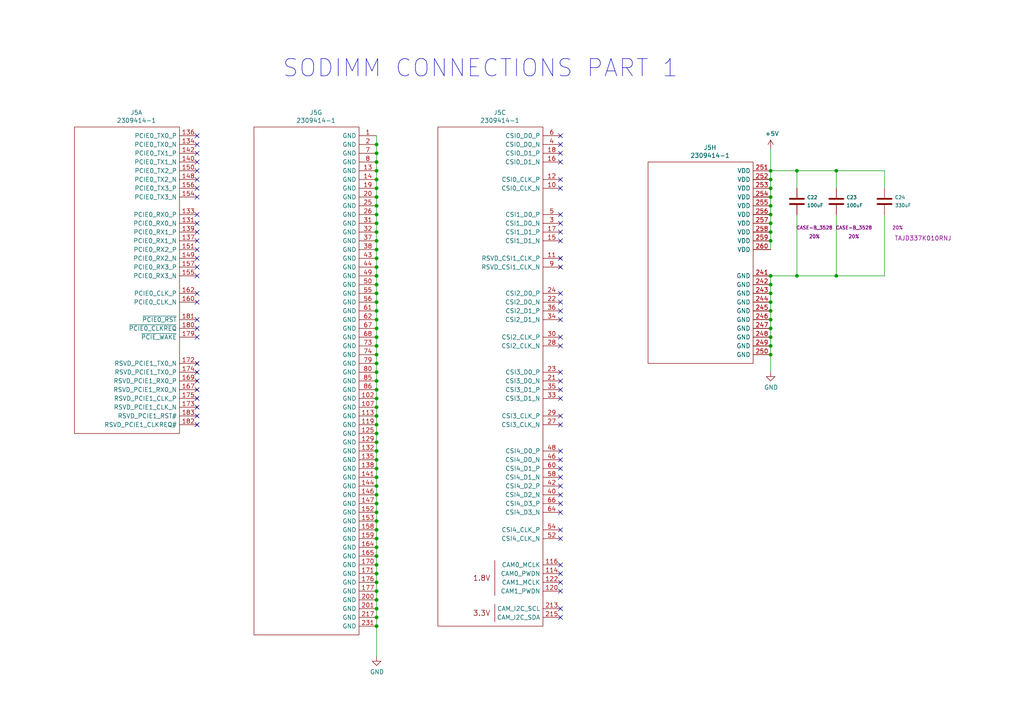
<source format=kicad_sch>
(kicad_sch (version 20231120) (generator "eeschema") (generator_version "8.0")
  (paper "A4")
  (title_block (title "Open Source Educational Baseboard") (date "2020-06-30") (rev "1.1") (company "NVIDIA"))
  (lib_symbols
    (symbol "CustomSymbols:SODIMM_260" (pin_names (offset 0.762))
      (property "Reference" "J" (at -8.89 7.62 0))
      (property "Value" "SODIMM_260" (at -8.89 5.08 0))
      (symbol "SODIMM_260_1_0"
        (pin input line (at 20.32 -27.94 180) (length 5.08) (name "PCIE0_RX0_N") (number "131"))
        (pin input line (at 20.32 -25.4 180) (length 5.08) (name "PCIE0_RX0_P") (number "133"))
        (pin output line (at 20.32 -5.08 180) (length 5.08) (name "PCIE0_TX0_N") (number "134"))
        (pin output line (at 20.32 -2.54 180) (length 5.08) (name "PCIE0_TX0_P") (number "136"))
        (pin input line (at 20.32 -33.02 180) (length 5.08) (name "PCIE0_RX1_N") (number "137"))
        (pin input line (at 20.32 -30.48 180) (length 5.08) (name "PCIE0_RX1_P") (number "139"))
        (pin output line (at 20.32 -10.16 180) (length 5.08) (name "PCIE0_TX1_N") (number "140"))
        (pin output line (at 20.32 -7.62 180) (length 5.08) (name "PCIE0_TX1_P") (number "142"))
        (pin output line (at 20.32 -15.24 180) (length 5.08) (name "PCIE0_TX2_N") (number "148"))
        (pin input line (at 20.32 -38.1 180) (length 5.08) (name "PCIE0_RX2_N") (number "149"))
        (pin output line (at 20.32 -12.7 180) (length 5.08) (name "PCIE0_TX2_P") (number "150"))
        (pin input line (at 20.32 -35.56 180) (length 5.08) (name "PCIE0_RX2_P") (number "151"))
        (pin output line (at 20.32 -20.32 180) (length 5.08) (name "PCIE0_TX3_N") (number "154"))
        (pin input line (at 20.32 -43.18 180) (length 5.08) (name "PCIE0_RX3_N") (number "155"))
        (pin output line (at 20.32 -17.78 180) (length 5.08) (name "PCIE0_TX3_P") (number "156"))
        (pin input line (at 20.32 -40.64 180) (length 5.08) (name "PCIE0_RX3_P") (number "157"))
        (pin output line (at 20.32 -50.8 180) (length 5.08) (name "PCIE0_CLK_N") (number "160"))
        (pin output line (at 20.32 -48.26 180) (length 5.08) (name "PCIE0_CLK_P") (number "162"))
        (pin no_connect line (at 20.32 -76.2 180) (length 5.08) (name "RSVD_PCIE1_RX0_N") (number "167"))
        (pin no_connect line (at 20.32 -73.66 180) (length 5.08) (name "RSVD_PCIE1_RX0_P") (number "169"))
        (pin no_connect line (at 20.32 -68.58 180) (length 5.08) (name "RSVD_PCIE1_TX0_N") (number "172"))
        (pin no_connect line (at 20.32 -81.28 180) (length 5.08) (name "RSVD_PCIE1_CLK_N") (number "173"))
        (pin no_connect line (at 20.32 -71.12 180) (length 5.08) (name "RSVD_PCIE1_TX0_P") (number "174"))
        (pin no_connect line (at 20.32 -78.74 180) (length 5.08) (name "RSVD_PCIE1_CLK_P") (number "175"))
        (pin input line (at 20.32 -60.96 180) (length 5.08) (name "~{PCIE_WAKE}") (number "179"))
        (pin bidirectional line (at 20.32 -58.42 180) (length 5.08) (name "~{PCIE0_CLKREQ}") (number "180"))
        (pin output line (at 20.32 -55.88 180) (length 5.08) (name "~{PCIE0_RST}") (number "181"))
        (pin no_connect line (at 20.32 -86.36 180) (length 5.08) (name "RSVD_PCIE1_CLKREQ#") (number "182"))
        (pin no_connect line (at 20.32 -83.82 180) (length 5.08) (name "RSVD_PCIE1_RST#") (number "183"))
      )
      (symbol "SODIMM_260_1_1"
        (rectangle (start 15.24 0) (end -15.24 -88.9))
      )
      (symbol "SODIMM_260_2_0"
        (pin bidirectional line (at 20.32 -66.04 180) (length 5.08) (name "DP1_AUX_P") (number "100"))
        (pin output line (at 20.32 -5.08 180) (length 5.08) (name "DP0_TXD0_N") (number "39"))
        (pin output line (at 20.32 -2.54 180) (length 5.08) (name "DP0_TXD0_P") (number "41"))
        (pin output line (at 20.32 -10.16 180) (length 5.08) (name "DP0_TXD1_N") (number "45"))
        (pin output line (at 20.32 -7.62 180) (length 5.08) (name "DP0_TXD1_P") (number "47"))
        (pin output line (at 20.32 -15.24 180) (length 5.08) (name "DP0_TXD2_N") (number "51"))
        (pin output line (at 20.32 -12.7 180) (length 5.08) (name "DP0_TXD2_P") (number "53"))
        (pin output line (at 20.32 -22.86 180) (length 5.08) (name "DP0_TXD3_N") (number "57"))
        (pin output line (at 20.32 -17.78 180) (length 5.08) (name "DP0_TXD3_P") (number "59"))
        (pin output line (at 20.32 -45.72 180) (length 5.08) (name "DP1_TXD0_N") (number "63"))
        (pin output line (at 20.32 -43.18 180) (length 5.08) (name "DP1_TXD0_P") (number "65"))
        (pin output line (at 20.32 -50.8 180) (length 5.08) (name "DP1_TXD1_N") (number "69"))
        (pin output line (at 20.32 -83.82 180) (length 5.08) (name "DSI_D0_N") (number "70"))
        (pin output line (at 20.32 -48.26 180) (length 5.08) (name "DP1_TXD1_P") (number "71"))
        (pin output line (at 20.32 -81.28 180) (length 5.08) (name "DSI_D0_P") (number "72"))
        (pin output line (at 20.32 -55.88 180) (length 5.08) (name "DP1_TXD2_N") (number "75"))
        (pin output line (at 20.32 -96.52 180) (length 5.08) (name "DSI_CLK_N") (number "76"))
        (pin output line (at 20.32 -53.34 180) (length 5.08) (name "DP1_TXD2_P") (number "77"))
        (pin output line (at 20.32 -93.98 180) (length 5.08) (name "DSI_CLK_P") (number "78"))
        (pin output line (at 20.32 -60.96 180) (length 5.08) (name "DP1_TXD3_N") (number "81"))
        (pin output line (at 20.32 -88.9 180) (length 5.08) (name "DSI_D1_N") (number "82"))
        (pin output line (at 20.32 -58.42 180) (length 5.08) (name "DP1_TXD3_P") (number "83"))
        (pin output line (at 20.32 -86.36 180) (length 5.08) (name "DSI_D1_P") (number "84"))
        (pin input line (at 20.32 -33.02 180) (length 5.08) (name "DP0_HPD") (number "88"))
        (pin bidirectional line (at 20.32 -27.94 180) (length 5.08) (name "DP0_AUX_N") (number "90"))
        (pin bidirectional line (at 20.32 -25.4 180) (length 5.08) (name "DP0_AUX_P") (number "92"))
        (pin bidirectional line (at 20.32 -35.56 180) (length 5.08) (name "HDMI_CEC") (number "94"))
        (pin input line (at 20.32 -73.66 180) (length 5.08) (name "DP1_HPD") (number "96"))
        (pin bidirectional line (at 20.32 -68.58 180) (length 5.08) (name "DP1_AUX_N") (number "98"))
      )
      (symbol "SODIMM_260_2_1"
        (rectangle (start 15.24 0) (end -15.24 -99.06))
      )
      (symbol "SODIMM_260_3_0"
        (polyline (pts (xy 1.27 -138.43) (xy 1.27 -143.51)))
        (polyline (pts (xy 1.27 -125.73) (xy 1.27 -135.89)))
        (text "1.8V" (at -2.54 -130.81 0) (effects (font (size 1.524 1.524))))
        (text "3.3V" (at -2.54 -140.97 0) (effects (font (size 1.524 1.524))))
        (pin input line (at 20.32 -17.78 180) (length 5.08) (name "CSI0_CLK_N") (number "10"))
        (pin no_connect line (at 20.32 -38.1 180) (length 5.08) (name "RSVD_CSI1_CLK_P") (number "11"))
        (pin output line (at 20.32 -129.54 180) (length 5.08) (name "CAM0_PWDN") (number "114"))
        (pin output line (at 20.32 -127 180) (length 5.08) (name "CAM0_MCLK") (number "116"))
        (pin input line (at 20.32 -15.24 180) (length 5.08) (name "CSI0_CLK_P") (number "12"))
        (pin output line (at 20.32 -134.62 180) (length 5.08) (name "CAM1_PWDN") (number "120"))
        (pin output line (at 20.32 -132.08 180) (length 5.08) (name "CAM1_MCLK") (number "122"))
        (pin input line (at 20.32 -33.02 180) (length 5.08) (name "CSI1_D1_N") (number "15"))
        (pin input line (at 20.32 -10.16 180) (length 5.08) (name "CSI0_D1_N") (number "16"))
        (pin input line (at 20.32 -30.48 180) (length 5.08) (name "CSI1_D1_P") (number "17"))
        (pin input line (at 20.32 -7.62 180) (length 5.08) (name "CSI0_D1_P") (number "18"))
        (pin input line (at 20.32 -73.66 180) (length 5.08) (name "CSI3_D0_N") (number "21"))
        (pin bidirectional line (at 20.32 -139.7 180) (length 5.08) (name "CAM_I2C_SCL") (number "213"))
        (pin bidirectional line (at 20.32 -142.24 180) (length 5.08) (name "CAM_I2C_SDA") (number "215"))
        (pin input line (at 20.32 -50.8 180) (length 5.08) (name "CSI2_D0_N") (number "22"))
        (pin input line (at 20.32 -71.12 180) (length 5.08) (name "CSI3_D0_P") (number "23"))
        (pin input line (at 20.32 -48.26 180) (length 5.08) (name "CSI2_D0_P") (number "24"))
        (pin input line (at 20.32 -86.36 180) (length 5.08) (name "CSI3_CLK_N") (number "27"))
        (pin input line (at 20.32 -63.5 180) (length 5.08) (name "CSI2_CLK_N") (number "28"))
        (pin input line (at 20.32 -83.82 180) (length 5.08) (name "CSI3_CLK_P") (number "29"))
        (pin input line (at 20.32 -27.94 180) (length 5.08) (name "CSI1_D0_N") (number "3"))
        (pin input line (at 20.32 -60.96 180) (length 5.08) (name "CSI2_CLK_P") (number "30"))
        (pin input line (at 20.32 -78.74 180) (length 5.08) (name "CSI3_D1_N") (number "33"))
        (pin input line (at 20.32 -55.88 180) (length 5.08) (name "CSI2_D1_N") (number "34"))
        (pin input line (at 20.32 -76.2 180) (length 5.08) (name "CSI3_D1_P") (number "35"))
        (pin input line (at 20.32 -53.34 180) (length 5.08) (name "CSI2_D1_P") (number "36"))
        (pin input line (at 20.32 -5.08 180) (length 5.08) (name "CSI0_D0_N") (number "4"))
        (pin input line (at 20.32 -106.68 180) (length 5.08) (name "CSI4_D2_N") (number "40"))
        (pin input line (at 20.32 -104.14 180) (length 5.08) (name "CSI4_D2_P") (number "42"))
        (pin input line (at 20.32 -96.52 180) (length 5.08) (name "CSI4_D0_N") (number "46"))
        (pin input line (at 20.32 -93.98 180) (length 5.08) (name "CSI4_D0_P") (number "48"))
        (pin input line (at 20.32 -25.4 180) (length 5.08) (name "CSI1_D0_P") (number "5"))
        (pin input line (at 20.32 -119.38 180) (length 5.08) (name "CSI4_CLK_N") (number "52"))
        (pin input line (at 20.32 -116.84 180) (length 5.08) (name "CSI4_CLK_P") (number "54"))
        (pin input line (at 20.32 -101.6 180) (length 5.08) (name "CSI4_D1_N") (number "58"))
        (pin input line (at 20.32 -2.54 180) (length 5.08) (name "CSI0_D0_P") (number "6"))
        (pin input line (at 20.32 -99.06 180) (length 5.08) (name "CSI4_D1_P") (number "60"))
        (pin input line (at 20.32 -111.76 180) (length 5.08) (name "CSI4_D3_N") (number "64"))
        (pin input line (at 20.32 -109.22 180) (length 5.08) (name "CSI4_D3_P") (number "66"))
        (pin no_connect line (at 20.32 -40.64 180) (length 5.08) (name "RSVD_CSI1_CLK_N") (number "9"))
      )
      (symbol "SODIMM_260_3_1"
        (rectangle (start 15.24 0) (end -15.24 -144.78))
      )
      (symbol "SODIMM_260_4_0"
        (pin bidirectional line (at 20.32 -58.42 180) (length 5.08) (name "USB0_D_N") (number "109"))
        (pin bidirectional line (at 20.32 -55.88 180) (length 5.08) (name "USB0_D_P") (number "111"))
        (pin bidirectional line (at 20.32 -66.04 180) (length 5.08) (name "USB1_D_N") (number "115"))
        (pin bidirectional line (at 20.32 -63.5 180) (length 5.08) (name "USB1_D_P") (number "117"))
        (pin bidirectional line (at 20.32 -73.66 180) (length 5.08) (name "USB2_D_N") (number "121"))
        (pin bidirectional line (at 20.32 -71.12 180) (length 5.08) (name "USB2_D_P") (number "123"))
        (pin no_connect line (at 20.32 -101.6 180) (length 5.08) (name "RSVD_CAN_RX") (number "143"))
        (pin no_connect line (at 20.32 -99.06 180) (length 5.08) (name "RSVD_CAN_TX") (number "145"))
        (pin input line (at 20.32 -91.44 180) (length 5.08) (name "USBSS_RX_N") (number "161"))
        (pin input line (at 20.32 -88.9 180) (length 5.08) (name "USBSS_RX_P") (number "163"))
        (pin output line (at 20.32 -83.82 180) (length 5.08) (name "USBSS_TX_N") (number "166"))
        (pin output line (at 20.32 -81.28 180) (length 5.08) (name "USBSS_TX_P") (number "168"))
        (pin bidirectional line (at 20.32 -5.08 180) (length 5.08) (name "GBE_MDI0_N") (number "184"))
        (pin bidirectional line (at 20.32 -2.54 180) (length 5.08) (name "GBE_MDI0_P") (number "186"))
        (pin output line (at 20.32 -25.4 180) (length 5.08) (name "GBE_LED_LINK") (number "188"))
        (pin bidirectional line (at 20.32 -10.16 180) (length 5.08) (name "GBE_MDI1_N") (number "190"))
        (pin bidirectional line (at 20.32 -7.62 180) (length 5.08) (name "GBE_MDI1_P") (number "192"))
        (pin output line (at 20.32 -27.94 180) (length 5.08) (name "GBE_LED_ACT") (number "194"))
        (pin bidirectional line (at 20.32 -15.24 180) (length 5.08) (name "GBE_MDI2_N") (number "196"))
        (pin bidirectional line (at 20.32 -12.7 180) (length 5.08) (name "GBE_MDI2_P") (number "198"))
        (pin bidirectional line (at 20.32 -20.32 180) (length 5.08) (name "GBE_MDI3_N") (number "202"))
        (pin bidirectional line (at 20.32 -17.78 180) (length 5.08) (name "GBE_MDI3_P") (number "204"))
        (pin bidirectional line (at 20.32 -35.56 180) (length 5.08) (name "SDMMC_DAT0") (number "219"))
        (pin bidirectional line (at 20.32 -38.1 180) (length 5.08) (name "SDMMC_DAT1") (number "221"))
        (pin bidirectional line (at 20.32 -40.64 180) (length 5.08) (name "SDMMC_DAT2") (number "223"))
        (pin bidirectional line (at 20.32 -43.18 180) (length 5.08) (name "SDMMC_DAT3") (number "225"))
        (pin bidirectional line (at 20.32 -45.72 180) (length 5.08) (name "SDMMC_CMD") (number "227"))
        (pin output line (at 20.32 -48.26 180) (length 5.08) (name "SDMMC_CLK") (number "229"))
      )
      (symbol "SODIMM_260_4_1"
        (rectangle (start 15.24 0) (end -15.24 -104.14))
      )
      (symbol "SODIMM_260_5_0"
        (polyline (pts (xy -3.81 -113.03) (xy -3.81 -118.11)))
        (polyline (pts (xy 2.54 -100.33) (xy 2.54 -110.49)))
        (polyline (pts (xy 2.54 -87.63) (xy 2.54 -97.79)))
        (polyline (pts (xy 2.54 -69.85) (xy 2.54 -82.55)))
        (polyline (pts (xy 2.54 -54.61) (xy 2.54 -67.31)))
        (polyline (pts (xy 2.54 -39.37) (xy 2.54 -49.53)))
        (polyline (pts (xy 2.54 -26.67) (xy 2.54 -36.83)))
        (polyline (pts (xy 5.08 -16.51) (xy 5.08 -21.59)))
        (polyline (pts (xy 5.08 -1.27) (xy 5.08 -13.97)))
        (text "1.8V" (at -7.62 -115.57 0) (effects (font (size 1.524 1.524))))
        (text "1.8V" (at -1.27 -105.41 0) (effects (font (size 1.524 1.524))))
        (text "1.8V" (at -1.27 -92.71 0) (effects (font (size 1.524 1.524))))
        (text "1.8V" (at -1.27 -76.2 0) (effects (font (size 1.524 1.524))))
        (text "1.8V" (at -1.27 -60.96 0) (effects (font (size 1.524 1.524))))
        (text "1.8V" (at -1.27 -44.45 0) (effects (font (size 1.524 1.524))))
        (text "1.8V" (at -1.27 -31.75 0) (effects (font (size 1.524 1.524))))
        (text "1.8V" (at 1.27 -19.05 0) (effects (font (size 1.524 1.524))))
        (text "3.3V" (at 1.27 -11.43 0) (effects (font (size 1.524 1.524))))
        (text "3.3V" (at 1.27 -3.81 0) (effects (font (size 1.524 1.524))))
        (pin input line (at 20.32 -91.44 180) (length 5.08) (name "UART0_RXD") (number "101"))
        (pin output line (at 20.32 -93.98 180) (length 5.08) (name "UART0_RTS") (number "103"))
        (pin bidirectional line (at 20.32 -73.66 180) (length 5.08) (name "SPI1_MOSI") (number "104"))
        (pin input line (at 20.32 -96.52 180) (length 5.08) (name "UART0_CTS") (number "105"))
        (pin bidirectional line (at 20.32 -76.2 180) (length 5.08) (name "SPI1_SCK") (number "106"))
        (pin bidirectional line (at 20.32 -71.12 180) (length 5.08) (name "SPI1_MISO") (number "108"))
        (pin bidirectional line (at 20.32 -78.74 180) (length 5.08) (name "SPI1_CS0") (number "110"))
        (pin bidirectional line (at 20.32 -81.28 180) (length 5.08) (name "SPI1_CS1") (number "112"))
        (pin bidirectional line (at 20.32 -2.54 180) (length 5.08) (name "I2C0_SCL") (number "185"))
        (pin bidirectional line (at 20.32 -5.08 180) (length 5.08) (name "I2C0_SDA") (number "187"))
        (pin bidirectional line (at 20.32 -10.16 180) (length 5.08) (name "I2C1_SCL") (number "189"))
        (pin bidirectional line (at 20.32 -12.7 180) (length 5.08) (name "I2C1_SDA") (number "191"))
        (pin passive line (at 20.32 -27.94 180) (length 5.08) (name "I2S0_DOUT") (number "193"))
        (pin input line (at 20.32 -30.48 180) (length 5.08) (name "I2S0_DIN") (number "195"))
        (pin bidirectional line (at 20.32 -33.02 180) (length 5.08) (name "I2S0_FS") (number "197"))
        (pin bidirectional line (at 20.32 -35.56 180) (length 5.08) (name "I2S0_SCLK") (number "199"))
        (pin output line (at 20.32 -101.6 180) (length 5.08) (name "UART1_TXD") (number "203"))
        (pin input line (at 20.32 -104.14 180) (length 5.08) (name "UART1_RXD") (number "205"))
        (pin output line (at 20.32 -106.68 180) (length 5.08) (name "UART1_RTS") (number "207"))
        (pin input line (at 20.32 -109.22 180) (length 5.08) (name "UART1_CTS") (number "209"))
        (pin output line (at 20.32 -40.64 180) (length 5.08) (name "I2S1_DOUT") (number "220"))
        (pin input line (at 20.32 -43.18 180) (length 5.08) (name "I2S1_DIN") (number "222"))
        (pin bidirectional line (at 20.32 -45.72 180) (length 5.08) (name "I2S1_FS") (number "224"))
        (pin bidirectional line (at 20.32 -48.26 180) (length 5.08) (name "I2S1_SCLK") (number "226"))
        (pin bidirectional line (at 20.32 -17.78 180) (length 5.08) (name "I2C2_SCL") (number "232"))
        (pin bidirectional line (at 20.32 -20.32 180) (length 5.08) (name "I2C2_SDA") (number "234"))
        (pin output line (at 20.32 -116.84 180) (length 5.08) (name "UART2_TXD_DEBUG") (number "236"))
        (pin input line (at 20.32 -114.3 180) (length 5.08) (name "UART2_RXD_DEBUG") (number "238"))
        (pin bidirectional line (at 20.32 -58.42 180) (length 5.08) (name "SPI0_MOSI") (number "89"))
        (pin bidirectional line (at 20.32 -60.96 180) (length 5.08) (name "SPI0_SCK") (number "91"))
        (pin bidirectional line (at 20.32 -55.88 180) (length 5.08) (name "SPI0_MISO") (number "93"))
        (pin bidirectional line (at 20.32 -63.5 180) (length 5.08) (name "SPI0_CS0") (number "95"))
        (pin bidirectional line (at 20.32 -66.04 180) (length 5.08) (name "SPI0_CS1") (number "97"))
        (pin output line (at 20.32 -88.9 180) (length 5.08) (name "UART0_TXD") (number "99"))
      )
      (symbol "SODIMM_260_5_1"
        (rectangle (start 15.24 0) (end -15.24 -119.38))
      )
      (symbol "SODIMM_260_6_0"
        (pin bidirectional line (at 20.32 -30.48 180) (length 5.08) (name "GPIO01_CLK") (number "118"))
        (pin bidirectional line (at 20.32 -33.02 180) (length 5.08) (name "GPIO02") (number "124"))
        (pin bidirectional line (at 20.32 -35.56 180) (length 5.08) (name "GPIO03") (number "126"))
        (pin bidirectional line (at 20.32 -38.1 180) (length 5.08) (name "GPIO04") (number "127"))
        (pin bidirectional line (at 20.32 -40.64 180) (length 5.08) (name "GPIO05") (number "128"))
        (pin bidirectional line (at 20.32 -43.18 180) (length 5.08) (name "GPIO06") (number "130"))
        (pin output line (at 20.32 -10.16 180) (length 5.08) (name "~{MOD_SLEEP}") (number "178"))
        (pin bidirectional line (at 20.32 -45.72 180) (length 5.08) (name "GPIO07_PWM") (number "206"))
        (pin bidirectional line (at 20.32 -48.26 180) (length 5.08) (name "GPIO08_SDMMC_CD") (number "208"))
        (pin output line (at 20.32 -2.54 180) (length 5.08) (name "CLK_32K_OUT") (number "210"))
        (pin bidirectional line (at 20.32 -50.8 180) (length 5.08) (name "GPIO09_AUD_MCLK") (number "211"))
        (pin bidirectional line (at 20.32 -53.34 180) (length 5.08) (name "GPIO10") (number "212"))
        (pin input line (at 20.32 -5.08 180) (length 5.08) (name "~{FORCE_RECOVERY}") (number "214"))
        (pin bidirectional line (at 20.32 -55.88 180) (length 5.08) (name "GPIO11_CLK") (number "216"))
        (pin bidirectional line (at 20.32 -58.42 180) (length 5.08) (name "GPIO12") (number "218"))
        (pin bidirectional line (at 20.32 -60.96 180) (length 5.08) (name "GPIO13_PWM") (number "228"))
        (pin bidirectional line (at 20.32 -63.5 180) (length 5.08) (name "GPIO14_PWM") (number "230"))
        (pin output line (at 20.32 -7.62 180) (length 5.08) (name "~{SHUTDOWN_REQ}") (number "233"))
        (pin bidirectional line (at 20.32 -12.7 180) (length 5.08) (name "PMIC_BBAT") (number "235"))
        (pin input line (at 20.32 -15.24 180) (length 5.08) (name "POWER_EN") (number "237"))
        (pin bidirectional line (at 20.32 -20.32 180) (length 5.08) (name "~{SYS_RESET}") (number "239"))
        (pin output line (at 20.32 -17.78 180) (length 5.08) (name "~{SLEEP_WAKE}") (number "240"))
        (pin bidirectional line (at 20.32 -27.94 180) (length 5.08) (name "GPIO00_USB_VBUS_EN0") (number "87"))
      )
      (symbol "SODIMM_260_6_1"
        (rectangle (start 15.24 0) (end -15.24 -66.04))
      )
      (symbol "SODIMM_260_7_0"
        (pin power_in line (at 20.32 -2.54 180) (length 5.08) (name "GND") (number "1"))
        (pin power_in line (at 20.32 -78.74 180) (length 5.08) (name "GND") (number "102"))
        (pin power_in line (at 20.32 -81.28 180) (length 5.08) (name "GND") (number "107"))
        (pin power_in line (at 20.32 -83.82 180) (length 5.08) (name "GND") (number "113"))
        (pin power_in line (at 20.32 -86.36 180) (length 5.08) (name "GND") (number "119"))
        (pin power_in line (at 20.32 -88.9 180) (length 5.08) (name "GND") (number "125"))
        (pin power_in line (at 20.32 -91.44 180) (length 5.08) (name "GND") (number "129"))
        (pin power_in line (at 20.32 -12.7 180) (length 5.08) (name "GND") (number "13"))
        (pin power_in line (at 20.32 -93.98 180) (length 5.08) (name "GND") (number "132"))
        (pin power_in line (at 20.32 -96.52 180) (length 5.08) (name "GND") (number "135"))
        (pin power_in line (at 20.32 -99.06 180) (length 5.08) (name "GND") (number "138"))
        (pin power_in line (at 20.32 -15.24 180) (length 5.08) (name "GND") (number "14"))
        (pin power_in line (at 20.32 -101.6 180) (length 5.08) (name "GND") (number "141"))
        (pin power_in line (at 20.32 -104.14 180) (length 5.08) (name "GND") (number "144"))
        (pin power_in line (at 20.32 -106.68 180) (length 5.08) (name "GND") (number "146"))
        (pin power_in line (at 20.32 -109.22 180) (length 5.08) (name "GND") (number "147"))
        (pin power_in line (at 20.32 -111.76 180) (length 5.08) (name "GND") (number "152"))
        (pin power_in line (at 20.32 -114.3 180) (length 5.08) (name "GND") (number "153"))
        (pin power_in line (at 20.32 -116.84 180) (length 5.08) (name "GND") (number "158"))
        (pin power_in line (at 20.32 -119.38 180) (length 5.08) (name "GND") (number "159"))
        (pin power_in line (at 20.32 -121.92 180) (length 5.08) (name "GND") (number "164"))
        (pin power_in line (at 20.32 -124.46 180) (length 5.08) (name "GND") (number "165"))
        (pin power_in line (at 20.32 -127 180) (length 5.08) (name "GND") (number "170"))
        (pin power_in line (at 20.32 -129.54 180) (length 5.08) (name "GND") (number "171"))
        (pin power_in line (at 20.32 -132.08 180) (length 5.08) (name "GND") (number "176"))
        (pin power_in line (at 20.32 -134.62 180) (length 5.08) (name "GND") (number "177"))
        (pin power_in line (at 20.32 -17.78 180) (length 5.08) (name "GND") (number "19"))
        (pin power_in line (at 20.32 -5.08 180) (length 5.08) (name "GND") (number "2"))
        (pin power_in line (at 20.32 -20.32 180) (length 5.08) (name "GND") (number "20"))
        (pin power_in line (at 20.32 -137.16 180) (length 5.08) (name "GND") (number "200"))
        (pin power_in line (at 20.32 -139.7 180) (length 5.08) (name "GND") (number "201"))
        (pin power_in line (at 20.32 -142.24 180) (length 5.08) (name "GND") (number "217"))
        (pin power_in line (at 20.32 -144.78 180) (length 5.08) (name "GND") (number "231"))
        (pin power_in line (at 20.32 -22.86 180) (length 5.08) (name "GND") (number "25"))
        (pin power_in line (at 20.32 -25.4 180) (length 5.08) (name "GND") (number "26"))
        (pin power_in line (at 20.32 -27.94 180) (length 5.08) (name "GND") (number "31"))
        (pin power_in line (at 20.32 -30.48 180) (length 5.08) (name "GND") (number "32"))
        (pin power_in line (at 20.32 -33.02 180) (length 5.08) (name "GND") (number "37"))
        (pin power_in line (at 20.32 -35.56 180) (length 5.08) (name "GND") (number "38"))
        (pin power_in line (at 20.32 -38.1 180) (length 5.08) (name "GND") (number "43"))
        (pin power_in line (at 20.32 -40.64 180) (length 5.08) (name "GND") (number "44"))
        (pin power_in line (at 20.32 -43.18 180) (length 5.08) (name "GND") (number "49"))
        (pin power_in line (at 20.32 -45.72 180) (length 5.08) (name "GND") (number "50"))
        (pin power_in line (at 20.32 -48.26 180) (length 5.08) (name "GND") (number "55"))
        (pin power_in line (at 20.32 -50.8 180) (length 5.08) (name "GND") (number "56"))
        (pin power_in line (at 20.32 -53.34 180) (length 5.08) (name "GND") (number "61"))
        (pin power_in line (at 20.32 -55.88 180) (length 5.08) (name "GND") (number "62"))
        (pin power_in line (at 20.32 -58.42 180) (length 5.08) (name "GND") (number "67"))
        (pin power_in line (at 20.32 -60.96 180) (length 5.08) (name "GND") (number "68"))
        (pin power_in line (at 20.32 -7.62 180) (length 5.08) (name "GND") (number "7"))
        (pin power_in line (at 20.32 -63.5 180) (length 5.08) (name "GND") (number "73"))
        (pin power_in line (at 20.32 -66.04 180) (length 5.08) (name "GND") (number "74"))
        (pin power_in line (at 20.32 -68.58 180) (length 5.08) (name "GND") (number "79"))
        (pin power_in line (at 20.32 -10.16 180) (length 5.08) (name "GND") (number "8"))
        (pin power_in line (at 20.32 -71.12 180) (length 5.08) (name "GND") (number "80"))
        (pin power_in line (at 20.32 -73.66 180) (length 5.08) (name "GND") (number "85"))
        (pin power_in line (at 20.32 -76.2 180) (length 5.08) (name "GND") (number "86"))
      )
      (symbol "SODIMM_260_7_1"
        (rectangle (start 15.24 0) (end -15.24 -147.32))
      )
      (symbol "SODIMM_260_8_0"
        (pin power_in line (at 20.32 -33.02 180) (length 5.08) (name "GND") (number "241"))
        (pin power_in line (at 20.32 -35.56 180) (length 5.08) (name "GND") (number "242"))
        (pin power_in line (at 20.32 -38.1 180) (length 5.08) (name "GND") (number "243"))
        (pin power_in line (at 20.32 -40.64 180) (length 5.08) (name "GND") (number "244"))
        (pin power_in line (at 20.32 -43.18 180) (length 5.08) (name "GND") (number "245"))
        (pin power_in line (at 20.32 -45.72 180) (length 5.08) (name "GND") (number "246"))
        (pin power_in line (at 20.32 -48.26 180) (length 5.08) (name "GND") (number "247"))
        (pin power_in line (at 20.32 -50.8 180) (length 5.08) (name "GND") (number "248"))
        (pin power_in line (at 20.32 -53.34 180) (length 5.08) (name "GND") (number "249"))
        (pin power_in line (at 20.32 -55.88 180) (length 5.08) (name "GND") (number "250"))
        (pin power_in line (at 20.32 -2.54 180) (length 5.08) (name "VDD") (number "251"))
        (pin power_in line (at 20.32 -5.08 180) (length 5.08) (name "VDD") (number "252"))
        (pin power_in line (at 20.32 -7.62 180) (length 5.08) (name "VDD") (number "253"))
        (pin power_in line (at 20.32 -10.16 180) (length 5.08) (name "VDD") (number "254"))
        (pin power_in line (at 20.32 -12.7 180) (length 5.08) (name "VDD") (number "255"))
        (pin power_in line (at 20.32 -15.24 180) (length 5.08) (name "VDD") (number "256"))
        (pin power_in line (at 20.32 -17.78 180) (length 5.08) (name "VDD") (number "257"))
        (pin power_in line (at 20.32 -20.32 180) (length 5.08) (name "VDD") (number "258"))
        (pin power_in line (at 20.32 -22.86 180) (length 5.08) (name "VDD") (number "259"))
        (pin power_in line (at 20.32 -25.4 180) (length 5.08) (name "VDD") (number "260"))
      )
      (symbol "SODIMM_260_8_1"
        (rectangle (start 15.24 0) (end -15.24 -58.42))
      )
    )
    (symbol "Device:C" (pin_numbers hide) (pin_names (offset 0.254))
      (property "Reference" "C" (at 0.635 2.54 0))
      (property "Value" "C" (at 0.635 -2.54 0))
      (symbol "C_0_1"
        (polyline (pts (xy -2.032 -0.762) (xy 2.032 -0.762)) (stroke (width 0.508)))
        (polyline (pts (xy -2.032 0.762) (xy 2.032 0.762)) (stroke (width 0.508)))
      )
      (symbol "C_1_1"
        (pin passive line (at 0 3.81 270) (length 2.794) (name "~") (number "1"))
        (pin passive line (at 0 -3.81 90) (length 2.794) (name "~") (number "2"))
      )
    )
    (symbol "power:+5V" (power) (pin_names (offset 0))
      (property "Value" "+5V" (at 0 3.556 0))
      (symbol "+5V_0_1"
        (polyline (pts (xy -0.762 1.27) (xy 0 2.54)))
        (polyline (pts (xy 0 0) (xy 0 2.54)))
        (polyline (pts (xy 0 2.54) (xy 0.762 1.27)))
      )
      (symbol "+5V_1_1"
        (pin power_in line (at 0 0 90) (length 0) hide (name "+5V") (number "1"))
      )
    )
    (symbol "power:GND" (power) (pin_names (offset 0))
      (property "Value" "GND" (at 0 -3.81 0))
      (symbol "GND_0_1"
        (polyline (pts (xy 0 0) (xy 0 -1.27) (xy 1.27 -1.27) (xy 0 -2.54) (xy -1.27 -1.27) (xy 0 -1.27)))
      )
      (symbol "GND_1_1"
        (pin power_in line (at 0 0 270) (length 0) hide (name "GND") (number "1"))
      )
    )
  )
  (junction (at 223.52 90.17))
  (junction (at 109.22 130.81))
  (junction (at 109.22 156.21))
  (junction (at 109.22 120.65))
  (junction (at 109.22 49.53))
  (junction (at 109.22 41.91))
  (junction (at 109.22 57.15))
  (junction (at 231.14 80.01))
  (junction (at 109.22 82.55))
  (junction (at 109.22 105.41))
  (junction (at 223.52 59.69))
  (junction (at 109.22 95.25))
  (junction (at 109.22 176.53))
  (junction (at 109.22 54.61))
  (junction (at 242.57 80.01))
  (junction (at 109.22 97.79))
  (junction (at 223.52 57.15))
  (junction (at 109.22 140.97))
  (junction (at 223.52 95.25))
  (junction (at 223.52 82.55))
  (junction (at 109.22 90.17))
  (junction (at 223.52 87.63))
  (junction (at 109.22 92.71))
  (junction (at 242.57 49.53))
  (junction (at 109.22 110.49))
  (junction (at 109.22 179.07))
  (junction (at 109.22 118.11))
  (junction (at 109.22 115.57))
  (junction (at 109.22 153.67))
  (junction (at 109.22 64.77))
  (junction (at 223.52 67.31))
  (junction (at 223.52 100.33))
  (junction (at 109.22 67.31))
  (junction (at 109.22 74.93))
  (junction (at 223.52 54.61))
  (junction (at 109.22 102.87))
  (junction (at 109.22 85.09))
  (junction (at 109.22 148.59))
  (junction (at 109.22 146.05))
  (junction (at 231.14 49.53))
  (junction (at 109.22 158.75))
  (junction (at 109.22 173.99))
  (junction (at 109.22 46.99))
  (junction (at 109.22 168.91))
  (junction (at 109.22 143.51))
  (junction (at 109.22 166.37))
  (junction (at 109.22 133.35))
  (junction (at 109.22 52.07))
  (junction (at 223.52 97.79))
  (junction (at 109.22 135.89))
  (junction (at 109.22 69.85))
  (junction (at 109.22 171.45))
  (junction (at 109.22 100.33))
  (junction (at 223.52 64.77))
  (junction (at 223.52 92.71))
  (junction (at 109.22 181.61))
  (junction (at 109.22 44.45))
  (junction (at 109.22 72.39))
  (junction (at 109.22 62.23))
  (junction (at 223.52 80.01))
  (junction (at 223.52 85.09))
  (junction (at 109.22 125.73))
  (junction (at 223.52 49.53))
  (junction (at 109.22 151.13))
  (junction (at 109.22 77.47))
  (junction (at 109.22 138.43))
  (junction (at 109.22 113.03))
  (junction (at 223.52 62.23))
  (junction (at 109.22 80.01))
  (junction (at 109.22 161.29))
  (junction (at 109.22 59.69))
  (junction (at 109.22 163.83))
  (junction (at 109.22 123.19))
  (junction (at 223.52 69.85))
  (junction (at 223.52 102.87))
  (junction (at 109.22 87.63))
  (junction (at 109.22 107.95))
  (junction (at 109.22 128.27))
  (junction (at 223.52 52.07))
  (no_connect (at 162.56 52.07))
  (no_connect (at 57.15 44.45))
  (no_connect (at 162.56 153.67))
  (no_connect (at 162.56 69.85))
  (no_connect (at 162.56 140.97))
  (no_connect (at 57.15 39.37))
  (no_connect (at 57.15 105.41))
  (no_connect (at 57.15 118.11))
  (no_connect (at 57.15 62.23))
  (no_connect (at 57.15 97.79))
  (no_connect (at 57.15 72.39))
  (no_connect (at 162.56 74.93))
  (no_connect (at 162.56 62.23))
  (no_connect (at 57.15 87.63))
  (no_connect (at 57.15 57.15))
  (no_connect (at 162.56 163.83))
  (no_connect (at 162.56 168.91))
  (no_connect (at 57.15 49.53))
  (no_connect (at 162.56 156.21))
  (no_connect (at 162.56 166.37))
  (no_connect (at 162.56 77.47))
  (no_connect (at 57.15 123.19))
  (no_connect (at 162.56 179.07))
  (no_connect (at 162.56 64.77))
  (no_connect (at 57.15 107.95))
  (no_connect (at 57.15 64.77))
  (no_connect (at 57.15 69.85))
  (no_connect (at 57.15 85.09))
  (no_connect (at 57.15 95.25))
  (no_connect (at 162.56 120.65))
  (no_connect (at 57.15 110.49))
  (no_connect (at 162.56 54.61))
  (no_connect (at 162.56 67.31))
  (no_connect (at 162.56 44.45))
  (no_connect (at 57.15 80.01))
  (no_connect (at 162.56 41.91))
  (no_connect (at 162.56 143.51))
  (no_connect (at 162.56 46.99))
  (no_connect (at 162.56 85.09))
  (no_connect (at 162.56 123.19))
  (no_connect (at 162.56 87.63))
  (no_connect (at 162.56 92.71))
  (no_connect (at 162.56 110.49))
  (no_connect (at 57.15 77.47))
  (no_connect (at 57.15 113.03))
  (no_connect (at 57.15 41.91))
  (no_connect (at 57.15 52.07))
  (no_connect (at 162.56 146.05))
  (no_connect (at 162.56 171.45))
  (no_connect (at 162.56 130.81))
  (no_connect (at 162.56 97.79))
  (no_connect (at 162.56 148.59))
  (no_connect (at 57.15 74.93))
  (no_connect (at 162.56 138.43))
  (no_connect (at 162.56 100.33))
  (no_connect (at 57.15 120.65))
  (no_connect (at 57.15 115.57))
  (no_connect (at 57.15 67.31))
  (no_connect (at 57.15 92.71))
  (no_connect (at 162.56 39.37))
  (no_connect (at 162.56 135.89))
  (no_connect (at 57.15 54.61))
  (no_connect (at 162.56 90.17))
  (no_connect (at 162.56 176.53))
  (no_connect (at 57.15 46.99))
  (no_connect (at 162.56 133.35))
  (no_connect (at 162.56 113.03))
  (no_connect (at 162.56 115.57))
  (no_connect (at 162.56 107.95))
  (wire (pts (xy 223.52 54.61) (xy 223.52 57.15)))
  (wire (pts (xy 256.54 49.53) (xy 256.54 54.61)))
  (wire (pts (xy 256.54 62.23) (xy 256.54 80.01)))
  (wire (pts (xy 242.57 80.01) (xy 256.54 80.01)))
  (wire (pts (xy 109.22 97.79) (xy 109.22 95.25)))
  (wire (pts (xy 223.52 67.31) (xy 223.52 69.85)))
  (wire (pts (xy 109.22 158.75) (xy 109.22 156.21)))
  (wire (pts (xy 109.22 64.77) (xy 109.22 62.23)))
  (wire (pts (xy 109.22 176.53) (xy 109.22 173.99)))
  (wire (pts (xy 109.22 107.95) (xy 109.22 105.41)))
  (wire (pts (xy 109.22 166.37) (xy 109.22 163.83)))
  (wire (pts (xy 109.22 41.91) (xy 109.22 39.37)))
  (wire (pts (xy 231.14 80.01) (xy 242.57 80.01)))
  (wire (pts (xy 109.22 190.5) (xy 109.22 181.61)))
  (wire (pts (xy 109.22 138.43) (xy 109.22 135.89)))
  (wire (pts (xy 109.22 123.19) (xy 109.22 120.65)))
  (wire (pts (xy 109.22 85.09) (xy 109.22 82.55)))
  (wire (pts (xy 109.22 113.03) (xy 109.22 110.49)))
  (wire (pts (xy 109.22 146.05) (xy 109.22 143.51)))
  (wire (pts (xy 223.52 95.25) (xy 223.52 92.71)))
  (wire (pts (xy 109.22 105.41) (xy 109.22 102.87)))
  (wire (pts (xy 223.52 90.17) (xy 223.52 87.63)))
  (wire (pts (xy 109.22 62.23) (xy 109.22 59.69)))
  (wire (pts (xy 109.22 87.63) (xy 109.22 85.09)))
  (wire (pts (xy 109.22 171.45) (xy 109.22 168.91)))
  (wire (pts (xy 109.22 148.59) (xy 109.22 146.05)))
  (wire (pts (xy 109.22 125.73) (xy 109.22 123.19)))
  (wire (pts (xy 231.14 80.01) (xy 223.52 80.01)))
  (wire (pts (xy 223.52 59.69) (xy 223.52 62.23)))
  (wire (pts (xy 109.22 118.11) (xy 109.22 115.57)))
  (wire (pts (xy 109.22 128.27) (xy 109.22 125.73)))
  (wire (pts (xy 223.52 100.33) (xy 223.52 97.79)))
  (wire (pts (xy 109.22 181.61) (xy 109.22 179.07)))
  (wire (pts (xy 109.22 90.17) (xy 109.22 87.63)))
  (wire (pts (xy 109.22 82.55) (xy 109.22 80.01)))
  (wire (pts (xy 109.22 77.47) (xy 109.22 74.93)))
  (wire (pts (xy 223.52 82.55) (xy 223.52 80.01)))
  (wire (pts (xy 231.14 62.23) (xy 231.14 80.01)))
  (wire (pts (xy 109.22 100.33) (xy 109.22 97.79)))
  (wire (pts (xy 109.22 54.61) (xy 109.22 52.07)))
  (wire (pts (xy 109.22 179.07) (xy 109.22 176.53)))
  (wire (pts (xy 231.14 49.53) (xy 242.57 49.53)))
  (wire (pts (xy 223.52 49.53) (xy 223.52 52.07)))
  (wire (pts (xy 109.22 115.57) (xy 109.22 113.03)))
  (wire (pts (xy 109.22 52.07) (xy 109.22 49.53)))
  (wire (pts (xy 109.22 69.85) (xy 109.22 67.31)))
  (wire (pts (xy 109.22 161.29) (xy 109.22 158.75)))
  (wire (pts (xy 109.22 72.39) (xy 109.22 69.85)))
  (wire (pts (xy 223.52 64.77) (xy 223.52 67.31)))
  (wire (pts (xy 223.52 97.79) (xy 223.52 95.25)))
  (wire (pts (xy 109.22 110.49) (xy 109.22 107.95)))
  (wire (pts (xy 109.22 102.87) (xy 109.22 100.33)))
  (wire (pts (xy 223.52 102.87) (xy 223.52 100.33)))
  (wire (pts (xy 223.52 69.85) (xy 223.52 72.39)))
  (wire (pts (xy 109.22 120.65) (xy 109.22 118.11)))
  (wire (pts (xy 109.22 151.13) (xy 109.22 148.59)))
  (wire (pts (xy 223.52 49.53) (xy 223.52 43.18)))
  (wire (pts (xy 109.22 130.81) (xy 109.22 128.27)))
  (wire (pts (xy 223.52 85.09) (xy 223.52 82.55)))
  (wire (pts (xy 223.52 57.15) (xy 223.52 59.69)))
  (wire (pts (xy 109.22 80.01) (xy 109.22 77.47)))
  (wire (pts (xy 223.52 49.53) (xy 231.14 49.53)))
  (wire (pts (xy 109.22 133.35) (xy 109.22 130.81)))
  (wire (pts (xy 109.22 92.71) (xy 109.22 90.17)))
  (wire (pts (xy 223.52 92.71) (xy 223.52 90.17)))
  (wire (pts (xy 109.22 44.45) (xy 109.22 41.91)))
  (wire (pts (xy 109.22 46.99) (xy 109.22 44.45)))
  (wire (pts (xy 109.22 67.31) (xy 109.22 64.77)))
  (wire (pts (xy 109.22 168.91) (xy 109.22 166.37)))
  (wire (pts (xy 109.22 140.97) (xy 109.22 138.43)))
  (wire (pts (xy 109.22 156.21) (xy 109.22 153.67)))
  (wire (pts (xy 109.22 49.53) (xy 109.22 46.99)))
  (wire (pts (xy 223.52 107.95) (xy 223.52 102.87)))
  (wire (pts (xy 109.22 135.89) (xy 109.22 133.35)))
  (wire (pts (xy 242.57 49.53) (xy 256.54 49.53)))
  (wire (pts (xy 109.22 173.99) (xy 109.22 171.45)))
  (wire (pts (xy 109.22 74.93) (xy 109.22 72.39)))
  (wire (pts (xy 223.52 52.07) (xy 223.52 54.61)))
  (wire (pts (xy 109.22 59.69) (xy 109.22 57.15)))
  (wire (pts (xy 223.52 62.23) (xy 223.52 64.77)))
  (wire (pts (xy 109.22 163.83) (xy 109.22 161.29)))
  (wire (pts (xy 242.57 54.61) (xy 242.57 49.53)))
  (wire (pts (xy 231.14 54.61) (xy 231.14 49.53)))
  (wire (pts (xy 109.22 57.15) (xy 109.22 54.61)))
  (wire (pts (xy 223.52 87.63) (xy 223.52 85.09)))
  (wire (pts (xy 109.22 153.67) (xy 109.22 151.13)))
  (wire (pts (xy 109.22 95.25) (xy 109.22 92.71)))
  (wire (pts (xy 242.57 62.23) (xy 242.57 80.01)))
  (wire (pts (xy 109.22 143.51) (xy 109.22 140.97)))
  (text "SODIMM CONNECTIONS PART 1" (at 196.85 22.86 0) (effects (font (size 5.0038 5.0038)) (justify right bottom)))
  (symbol (lib_id "Device:C") (at 231.14 58.42 0) (unit 1)
    (property "Reference" "C22" (at 234.061 57.2516 0) (effects (font (size 0.9906 0.9906)) (justify left)))
    (property "Value" "100uF" (at 234.061 59.563 0) (effects (font (size 0.9906 0.9906)) (justify left)))
    (property "Footprint" "Capacitor_Tantalum_SMD:CP_EIA-3528-12_Kemet-T" (effects (hide yes)))
    (property "Package" "CASE-B_3528" (at 236.22 66.04 0) (effects (font (size 0.9906 0.9906))))
    (property "Tolerance" "20%" (at 236.22 68.58 0) (effects (font (size 0.9906 0.9906))))
    (property "MPN" "T491B106M020AT" (effects (hide yes)))
    (property "Manufacturer" "C2798040" (effects (hide yes)))
  )
  (symbol (lib_id "Device:C") (at 256.54 58.42 0) (unit 1)
    (property "Reference" "C24" (at 259.5372 57.2516 0) (effects (font (size 0.9906 0.9906)) (justify left)))
    (property "Value" "330uF" (at 259.5372 59.563 0) (effects (font (size 0.9906 0.9906)) (justify left)))
    (property "Footprint" "Capacitor_SMD:C_Elec_6.3x7.7" (effects (hide yes)))
    (property "Description" "TAJD337K010RNJ" (at 267.716 69.088 0))
    (property "Tolerance" "20%" (at 260.35 66.04 0) (effects (font (size 0.9906 0.9906))))
    (property "MPN" "TAJD337K010RNJ" (effects (hide yes)))
    (property "Manufacturer" "TAJD337K010RNJ" (effects (hide yes)))
    (property "Package" "TAJD337K010RNJ" (effects (hide yes)))
  )
  (symbol (lib_id "CustomSymbols:SODIMM_260") (at 36.83 36.83 0) (unit 1)
    (property "Reference" "J5" (at 39.5732 32.639 0))
    (property "Value" "2309414-1" (at 39.5732 34.9504 0))
    (property "Footprint" "Custom Footprints:SODIMM-DDR4_8mm-NANO" (effects (hide yes)))
    (property "Description" "2309414-1" (effects (hide yes)))
    (property "MPN" "2309414-1" (effects (hide yes)))
    (property "Manufacturer" "C5248444" (effects (hide yes)))
    (property "small cheap alt" "ADDR0205-P001A" (effects (hide yes)))
  )
  (symbol (lib_id "CustomSymbols:SODIMM_260") (at 142.24 36.83 0) (unit 3)
    (property "Reference" "J5" (at 144.9832 32.639 0))
    (property "Value" "2309414-1" (at 144.9832 34.9504 0))
    (property "Footprint" "Custom Footprints:SODIMM-DDR4_8mm-NANO" (effects (hide yes)))
    (property "Description" "2309414-1" (effects (hide yes)))
    (property "MPN" "2309414-1" (effects (hide yes)))
    (property "Manufacturer" "C5248444" (effects (hide yes)))
    (property "small cheap alt" "ADDR0205-P001A" (effects (hide yes)))
  )
  (symbol (lib_id "CustomSymbols:SODIMM_260") (at 88.9 36.83 0) (unit 7)
    (property "Reference" "J5" (at 91.6432 32.639 0))
    (property "Value" "2309414-1" (at 91.6432 34.9504 0))
    (property "Footprint" "Custom Footprints:SODIMM-DDR4_8mm-NANO" (effects (hide yes)))
    (property "Description" "2309414-1" (effects (hide yes)))
    (property "MPN" "2309414-1" (effects (hide yes)))
    (property "Manufacturer" "C5248444" (effects (hide yes)))
    (property "small cheap alt" "ADDR0205-P001A" (effects (hide yes)))
  )
  (symbol (lib_id "CustomSymbols:SODIMM_260") (at 203.2 46.99 0) (unit 8)
    (property "Reference" "J5" (at 205.9432 42.799 0))
    (property "Value" "2309414-1" (at 205.9432 45.1104 0))
    (property "Footprint" "Custom Footprints:SODIMM-DDR4_8mm-NANO" (effects (hide yes)))
    (property "Description" "2309414-1" (effects (hide yes)))
    (property "MPN" "2309414-1" (effects (hide yes)))
    (property "Manufacturer" "C5248444" (effects (hide yes)))
    (property "small cheap alt" "ADDR0205-P001A" (effects (hide yes)))
  )
  (symbol (lib_id "power:GND") (at 109.22 190.5 0) (unit 1)
    (property "Reference" "#PWR060" (effects (hide yes)))
    (property "Value" "GND" (at 109.347 194.8942 0))
  )
  (symbol (lib_id "power:+5V") (at 223.52 43.18 0) (unit 1)
    (property "Reference" "#PWR061" (effects (hide yes)))
    (property "Value" "+5V" (at 223.901 38.7858 0))
  )
  (symbol (lib_id "power:GND") (at 223.52 107.95 0) (unit 1)
    (property "Reference" "#PWR062" (effects (hide yes)))
    (property "Value" "GND" (at 223.647 112.3442 0))
  )
  (symbol (lib_id "Device:C") (at 242.57 58.42 0) (unit 1)
    (property "Reference" "C23" (at 245.491 57.2516 0) (effects (font (size 0.9906 0.9906)) (justify left)))
    (property "Value" "100uF" (at 245.491 59.563 0) (effects (font (size 0.9906 0.9906)) (justify left)))
    (property "Footprint" "Capacitor_Tantalum_SMD:CP_EIA-3528-12_Kemet-T" (effects (hide yes)))
    (property "Package" "CASE-B_3528" (at 247.65 66.04 0) (effects (font (size 0.9906 0.9906))))
    (property "Tolerance" "20%" (at 247.65 68.58 0) (effects (font (size 0.9906 0.9906))))
    (property "MPN" "T491B106M020AT" (effects (hide yes)))
    (property "Manufacturer" "C2798040" (effects (hide yes)))
  )
)
</source>
